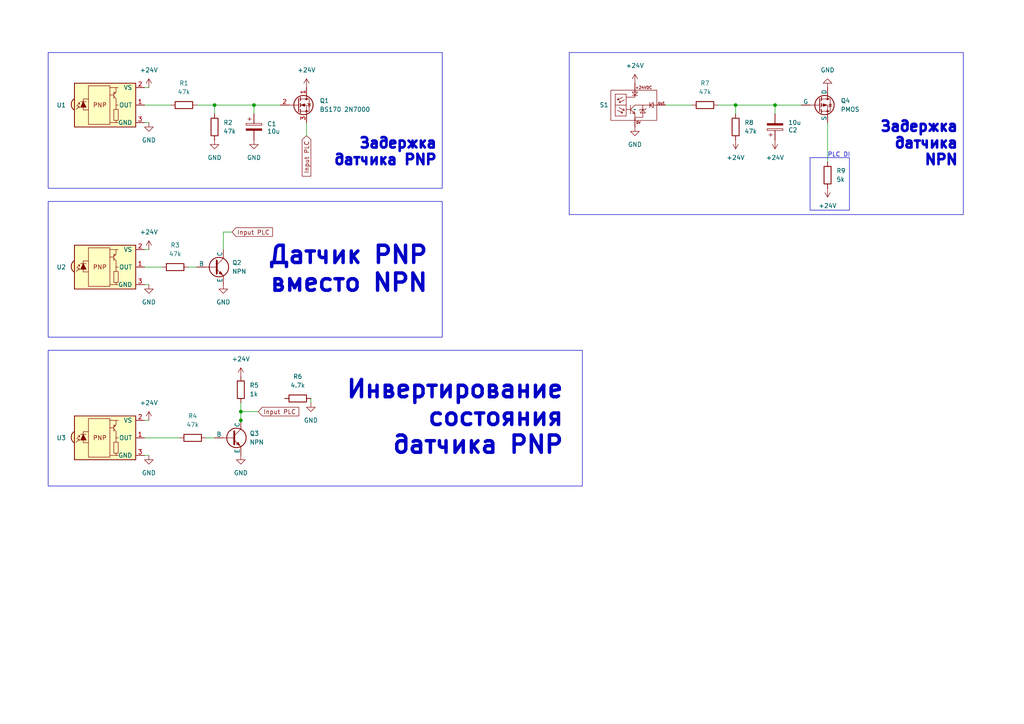
<source format=kicad_sch>
(kicad_sch (version 20230121) (generator eeschema)
  (paper "A4")
  (lib_symbols
    (symbol ".my_lib:PhotoSensor_NPN"
      (property "Reference" "S" (at -3.302 5.588 0))
      (symbol "PhotoSensor_NPN_0_1"
        (rectangle (start -6.985 4.318) (end 6.35 -4.445))
        (rectangle (start -5.715 3.175) (end -2.54 -3.175))
        (polyline (pts (xy -1.27 -1.27) (xy 0 -2.54)))
        (polyline (pts (xy -1.27 -1.27) (xy 0 0)))
        (polyline (pts (xy -1.27 0) (xy -1.27 -2.54)))
        (polyline (pts (xy -0.762 2.794) (xy 0.762 2.794)))
        (polyline (pts (xy 0 -4.445) (xy 0 -2.54)))
        (polyline (pts (xy 0 -2.54) (xy -0.762 -2.286)))
        (polyline (pts (xy 0 -2.54) (xy -0.254 -1.778)))
        (polyline (pts (xy 0 0) (xy 6.35 0)))
        (polyline (pts (xy 1.524 -1.27) (xy 1.27 -1.524)))
        (polyline (pts (xy 3.048 -1.27) (xy 1.524 -1.27)))
        (polyline (pts (xy 3.048 -1.27) (xy 3.302 -1.016)))
        (polyline (pts (xy 4.318 0.762) (xy 4.318 -0.762)))
        (polyline (pts (xy 0 -3.556) (xy 2.286 -3.556) (xy 2.286 0)))
        (polyline (pts (xy 0 3.81) (xy 0 2.286) (xy -2.54 2.286)))
        (polyline (pts (xy -0.762 3.81) (xy 0.762 3.81) (xy 0 2.794) (xy -0.762 3.81)))
        (polyline (pts (xy 3.048 -2.286) (xy 1.524 -2.286) (xy 2.286 -1.27) (xy 3.048 -2.286)))
        (polyline (pts (xy 5.334 0.762) (xy 5.334 -0.762) (xy 4.318 0) (xy 5.334 0.762)))
      )
      (symbol "PhotoSensor_NPN_1_1"
        (polyline (pts (xy -5.715 0) (xy -2.54 0)))
        (polyline (pts (xy -5.08 1.524) (xy -4.826 2.032)))
        (polyline (pts (xy -5.08 1.524) (xy -4.572 1.524)))
        (polyline (pts (xy -5.08 1.524) (xy -3.556 2.286)))
        (polyline (pts (xy -4.572 0.762) (xy -4.318 1.27)))
        (polyline (pts (xy -4.572 0.762) (xy -4.064 0.762)))
        (polyline (pts (xy -4.572 0.762) (xy -3.048 1.524)))
        (polyline (pts (xy -3.556 -2.286) (xy -5.08 -1.524)))
        (polyline (pts (xy -3.556 -2.286) (xy -4.064 -2.286)))
        (polyline (pts (xy -3.556 -2.286) (xy -3.81 -1.778)))
        (polyline (pts (xy -3.048 -1.524) (xy -4.572 -0.762)))
        (polyline (pts (xy -3.048 -1.524) (xy -3.556 -1.524)))
        (polyline (pts (xy -3.048 -1.524) (xy -3.302 -1.016)))
        (polyline (pts (xy -1.27 -1.27) (xy -2.54 -1.27)))
        (text "+24VDC" (at 2.54 5.08 0) (effects (font (size 0.8 0.8))))
        (text "0V" (at 1.016 -5.08 0) (effects (font (size 0.7 0.7))))
        (text "out" (at 7.62 0.635 0) (effects (font (size 0.8 0.8))))
        (pin input line (at 0 -6.35 90) (length 2.54) (name "") (number ""))
        (pin input line (at 0 6.35 270) (length 2.54) (name "") (number ""))
        (pin output line (at 8.89 0 180) (length 2.54) (name "") (number ""))
      )
    )
    (symbol "Device:C_Polarized" (pin_numbers hide) (pin_names (offset 0.254))
      (property "Reference" "C" (at 0.635 2.54 0))
      (property "Value" "C_Polarized" (at 0.635 -2.54 0))
      (symbol "C_Polarized_0_1"
        (rectangle (start -2.286 0.508) (end 2.286 1.016))
        (polyline (pts (xy -1.778 2.286) (xy -0.762 2.286)))
        (polyline (pts (xy -1.27 2.794) (xy -1.27 1.778)))
        (rectangle (start 2.286 -0.508) (end -2.286 -1.016) (fill (type outline)))
      )
      (symbol "C_Polarized_1_1"
        (pin passive line (at 0 3.81 270) (length 2.794) (name "~") (number "1"))
        (pin passive line (at 0 -3.81 90) (length 2.794) (name "~") (number "2"))
      )
    )
    (symbol "Device:R" (pin_numbers hide) (pin_names (offset 0))
      (property "Reference" "R" (at 2.032 0 90))
      (property "Value" "R" (at 0 0 90))
      (symbol "R_0_1"
        (rectangle (start -1.016 -2.54) (end 1.016 2.54) (stroke (width 0.254)))
      )
      (symbol "R_1_1"
        (pin passive line (at 0 3.81 270) (length 1.27) (name "~") (number "1"))
        (pin passive line (at 0 -3.81 90) (length 1.27) (name "~") (number "2"))
      )
    )
    (symbol "Simulation_SPICE:NPN" (pin_numbers hide) (pin_names (offset 0))
      (property "Reference" "Q" (at -2.54 7.62 0))
      (property "Value" "NPN" (at -2.54 5.08 0))
      (symbol "NPN_0_1"
        (polyline (pts (xy -2.54 0) (xy 0.635 0)) (stroke (width 0.1524)))
        (polyline (pts (xy 0.635 0.635) (xy 2.54 2.54)))
        (polyline (pts (xy 2.794 -1.27) (xy 2.794 -1.27)) (stroke (width 0.1524)))
        (polyline (pts (xy 2.794 -1.27) (xy 2.794 -1.27)) (stroke (width 0.1524)))
        (polyline (pts (xy 0.635 -0.635) (xy 2.54 -2.54) (xy 2.54 -2.54)))
        (polyline (pts (xy 0.635 1.905) (xy 0.635 -1.905) (xy 0.635 -1.905)) (stroke (width 0.508)))
        (polyline (pts (xy 1.27 -1.778) (xy 1.778 -1.27) (xy 2.286 -2.286) (xy 1.27 -1.778) (xy 1.27 -1.778)) (fill (type outline)))
        (circle (center 1.27 0) (radius 2.8194) (stroke (width 0.254)))
      )
      (symbol "NPN_1_1"
        (pin open_collector line (at 2.54 5.08 270) (length 2.54) (name "C") (number "1"))
        (pin input line (at -5.08 0 0) (length 2.54) (name "B") (number "2"))
        (pin open_emitter line (at 2.54 -5.08 90) (length 2.54) (name "E") (number "3"))
      )
    )
    (symbol "Simulation_SPICE:PMOS" (pin_numbers hide) (pin_names (offset 0))
      (property "Reference" "Q" (at 5.08 1.27 0))
      (property "Value" "PMOS" (at 5.08 -1.27 0))
      (symbol "PMOS_0_1"
        (polyline (pts (xy 0.254 0) (xy -2.54 0)))
        (polyline (pts (xy 0.254 1.905) (xy 0.254 -1.905)) (stroke (width 0.254)))
        (polyline (pts (xy 0.762 -1.27) (xy 0.762 -2.286)) (stroke (width 0.254)))
        (polyline (pts (xy 0.762 0.508) (xy 0.762 -0.508)) (stroke (width 0.254)))
        (polyline (pts (xy 0.762 2.286) (xy 0.762 1.27)) (stroke (width 0.254)))
        (polyline (pts (xy 2.54 2.54) (xy 2.54 1.778)))
        (polyline (pts (xy 2.54 -2.54) (xy 2.54 0) (xy 0.762 0)))
        (polyline (pts (xy 0.762 1.778) (xy 3.302 1.778) (xy 3.302 -1.778) (xy 0.762 -1.778)))
        (polyline (pts (xy 2.286 0) (xy 1.27 0.381) (xy 1.27 -0.381) (xy 2.286 0)) (fill (type outline)))
        (polyline (pts (xy 2.794 -0.508) (xy 2.921 -0.381) (xy 3.683 -0.381) (xy 3.81 -0.254)))
        (polyline (pts (xy 3.302 -0.381) (xy 2.921 0.254) (xy 3.683 0.254) (xy 3.302 -0.381)))
        (circle (center 1.651 0) (radius 2.794) (stroke (width 0.254)))
        (circle (center 2.54 -1.778) (radius 0.254) (fill (type outline)))
        (circle (center 2.54 1.778) (radius 0.254) (fill (type outline)))
      )
      (symbol "PMOS_1_1"
        (pin passive line (at 2.54 5.08 270) (length 2.54) (name "D") (number "1"))
        (pin input line (at -5.08 0 0) (length 2.54) (name "G") (number "2"))
        (pin passive line (at 2.54 -5.08 90) (length 2.54) (name "S") (number "3"))
      )
    )
    (symbol "TSDP341xx_1" (pin_names (offset 1.016))
      (property "Reference" "U2" (at -13.97 0 0))
      (symbol "TSDP341xx_1_0_0"
        (arc (start -10.287 1.397) (mid -11.0899 -0.1852) (end -10.287 -1.778) (stroke (width 0.254)) (fill (type background)))
        (polyline (pts (xy 1.905 -5.08) (xy 0.127 -5.08)))
        (polyline (pts (xy 1.905 5.08) (xy 0.127 5.08)))
      )
      (symbol "TSDP341xx_1_0_1"
        (rectangle (start -10.16 6.35) (end 7.62 -6.35) (stroke (width 0.254)) (fill (type background)))
        (rectangle (start -6.096 5.588) (end 0.127 -5.588))
        (polyline (pts (xy -8.763 0.381) (xy -9.652 1.27)))
        (polyline (pts (xy -8.763 0.381) (xy -9.271 0.381)))
        (polyline (pts (xy -8.763 0.381) (xy -8.763 0.889)))
        (polyline (pts (xy -8.636 -0.635) (xy -9.525 0.254)))
        (polyline (pts (xy -8.636 -0.635) (xy -9.144 -0.635)))
        (polyline (pts (xy -8.636 -0.635) (xy -8.636 -0.127)))
        (polyline (pts (xy -8.382 -1.016) (xy -6.731 -1.016)))
        (polyline (pts (xy 1.27 -2.921) (xy 0.127 -2.921)))
        (polyline (pts (xy 1.27 -1.905) (xy 1.27 -3.81)))
        (polyline (pts (xy 1.524 -3.683) (xy 1.524 -3.429)))
        (polyline (pts (xy 1.524 -3.429) (xy 1.778 -3.429)))
        (polyline (pts (xy 1.651 -3.556) (xy 1.524 -3.556)))
        (polyline (pts (xy 1.905 0) (xy 1.905 1.27)))
        (polyline (pts (xy 1.905 4.445) (xy 1.905 5.08) (xy 2.54 5.08)))
        (polyline (pts (xy -8.382 0.635) (xy -6.731 0.635) (xy -7.62 -1.016) (xy -8.382 0.635)) (fill (type outline)))
        (polyline (pts (xy -6.096 1.397) (xy -7.62 1.397) (xy -7.62 -1.778) (xy -6.096 -1.778)))
        (polyline (pts (xy 1.27 -3.175) (xy 1.905 -3.81) (xy 1.905 -5.08) (xy 2.54 -5.08)))
        (polyline (pts (xy 1.27 -2.54) (xy 1.905 -1.905) (xy 1.905 0) (xy 2.54 0)))
        (rectangle (start 2.54 1.27) (end 1.27 4.445))
      )
      (symbol "TSDP341xx_1_1_1"
        (text "PNP" (at -2.794 0 0) (effects (font (size 1.27 1.27))))
        (pin output line (at 10.16 0 180) (length 2.54) (name "OUT") (number "1"))
        (pin power_in line (at 10.16 -5.08 180) (length 2.54) (name "VS") (number "2"))
        (pin power_in line (at 10.16 5.08 180) (length 2.54) (name "GND") (number "3"))
      )
    )
    (symbol "Transistor_FET:BS170" (pin_names hide)
      (property "Reference" "Q" (at 5.08 1.905 0))
      (property "Value" "BS170" (at 5.08 0 0))
      (symbol "BS170_0_1"
        (polyline (pts (xy 0.254 0) (xy -2.54 0)))
        (polyline (pts (xy 0.254 1.905) (xy 0.254 -1.905)) (stroke (width 0.254)))
        (polyline (pts (xy 0.762 -1.27) (xy 0.762 -2.286)) (stroke (width 0.254)))
        (polyline (pts (xy 0.762 0.508) (xy 0.762 -0.508)) (stroke (width 0.254)))
        (polyline (pts (xy 0.762 2.286) (xy 0.762 1.27)) (stroke (width 0.254)))
        (polyline (pts (xy 2.54 2.54) (xy 2.54 1.778)))
        (polyline (pts (xy 2.54 -2.54) (xy 2.54 0) (xy 0.762 0)))
        (polyline (pts (xy 0.762 -1.778) (xy 3.302 -1.778) (xy 3.302 1.778) (xy 0.762 1.778)))
        (polyline (pts (xy 1.016 0) (xy 2.032 0.381) (xy 2.032 -0.381) (xy 1.016 0)) (fill (type outline)))
        (polyline (pts (xy 2.794 0.508) (xy 2.921 0.381) (xy 3.683 0.381) (xy 3.81 0.254)))
        (polyline (pts (xy 3.302 0.381) (xy 2.921 -0.254) (xy 3.683 -0.254) (xy 3.302 0.381)))
        (circle (center 1.651 0) (radius 2.794) (stroke (width 0.254)))
        (circle (center 2.54 -1.778) (radius 0.254) (fill (type outline)))
        (circle (center 2.54 1.778) (radius 0.254) (fill (type outline)))
      )
      (symbol "BS170_1_1"
        (pin passive line (at 2.54 5.08 270) (length 2.54) (name "D") (number "1"))
        (pin input line (at -5.08 0 0) (length 2.54) (name "G") (number "2"))
        (pin passive line (at 2.54 -5.08 90) (length 2.54) (name "S") (number "3"))
      )
    )
    (symbol "power:+24V" (power) (pin_names (offset 0))
      (property "Value" "+24V" (at 0 3.556 0))
      (symbol "+24V_0_1"
        (polyline (pts (xy -0.762 1.27) (xy 0 2.54)))
        (polyline (pts (xy 0 0) (xy 0 2.54)))
        (polyline (pts (xy 0 2.54) (xy 0.762 1.27)))
      )
      (symbol "+24V_1_1"
        (pin power_in line (at 0 0 90) (length 0) hide (name "+24V") (number "1"))
      )
    )
    (symbol "power:GND" (power) (pin_names (offset 0))
      (property "Value" "GND" (at 0 -3.81 0))
      (symbol "GND_0_1"
        (polyline (pts (xy 0 0) (xy 0 -1.27) (xy 1.27 -1.27) (xy 0 -2.54) (xy -1.27 -1.27) (xy 0 -1.27)))
      )
      (symbol "GND_1_1"
        (pin power_in line (at 0 0 270) (length 0) hide (name "GND") (number "1"))
      )
    )
  )
  (junction (at 62.23 30.48))
  (junction (at 224.79 30.48))
  (junction (at 73.66 30.48))
  (junction (at 69.85 121.92))
  (junction (at 69.85 119.38))
  (junction (at 213.36 30.48))
  (wire (pts (xy 62.23 30.48) (xy 73.66 30.48)))
  (wire (pts (xy 73.66 30.48) (xy 81.28 30.48)))
  (wire (pts (xy 224.79 30.48) (xy 232.41 30.48)))
  (wire (pts (xy 69.85 123.19) (xy 69.85 121.92)))
  (wire (pts (xy 43.18 132.08) (xy 41.91 132.08)))
  (wire (pts (xy 64.77 67.31) (xy 67.31 67.31)))
  (wire (pts (xy 62.23 30.48) (xy 62.23 33.02)))
  (wire (pts (xy 41.91 30.48) (xy 49.53 30.48)))
  (wire (pts (xy 41.91 121.92) (xy 43.18 121.92)))
  (wire (pts (xy 43.18 35.56) (xy 41.91 35.56)))
  (wire (pts (xy 43.18 82.55) (xy 41.91 82.55)))
  (wire (pts (xy 88.9 39.37) (xy 88.9 35.56)))
  (wire (pts (xy 73.66 30.48) (xy 73.66 33.02)))
  (wire (pts (xy 240.03 35.56) (xy 240.03 46.99)))
  (wire (pts (xy 41.91 77.47) (xy 46.99 77.47)))
  (wire (pts (xy 213.36 30.48) (xy 224.79 30.48)))
  (wire (pts (xy 69.85 119.38) (xy 74.93 119.38)))
  (wire (pts (xy 193.04 30.48) (xy 200.66 30.48)))
  (wire (pts (xy 41.91 72.39) (xy 43.18 72.39)))
  (wire (pts (xy 43.18 25.4) (xy 41.91 25.4)))
  (wire (pts (xy 54.61 77.47) (xy 57.15 77.47)))
  (wire (pts (xy 90.17 116.84) (xy 90.17 115.57)))
  (wire (pts (xy 57.15 30.48) (xy 62.23 30.48)))
  (wire (pts (xy 64.77 72.39) (xy 64.77 67.31)))
  (wire (pts (xy 41.91 127) (xy 52.07 127)))
  (wire (pts (xy 69.85 121.92) (xy 69.85 119.38)))
  (wire (pts (xy 59.69 127) (xy 62.23 127)))
  (wire (pts (xy 208.28 30.48) (xy 213.36 30.48)))
  (wire (pts (xy 224.79 30.48) (xy 224.79 33.02)))
  (wire (pts (xy 69.85 116.84) (xy 69.85 119.38)))
  (wire (pts (xy 213.36 30.48) (xy 213.36 33.02)))
  (rectangle (start 13.97 101.6) (end 168.91 140.97))
  (rectangle (start 234.95 45.72) (end 246.38 60.96))
  (rectangle (start 13.97 58.42) (end 128.27 97.79))
  (rectangle (start 13.97 15.24) (end 128.27 54.61))
  (rectangle (start 165.1 15.24) (end 279.4 62.23))
  (text "Датчик PNP\nвместо NPN" (at 124.46 85.09 0) (effects (font (size 5 5) (thickness 1) bold) (justify right bottom)))
  (text "Задержка\nдатчика PNP" (at 127 48.26 0) (effects (font (size 3 3) (thickness 1) bold) (justify right bottom)))
  (text "Инвертирование\nсостояния\nдатчика PNP" (at 163.83 132.08 0) (effects (font (size 5 5) (thickness 1) bold) (justify right bottom)))
  (text "PLC DI" (at 240.03 45.72 0) (effects (font (size 1.27 1.27)) (justify left bottom)))
  (text "Задержка\nдатчика\nNPN" (at 278.13 48.26 0) (effects (font (size 3 3) (thickness 1) bold) (justify right bottom)))
  (global_label "Input PLC" (shape input) (at 74.93 119.38 0) (property "Intersheetrefs" "${INTERSHEET_REFS}" (effects hide)))
  (global_label "Input PLC" (shape input) (at 67.31 67.31 0) (property "Intersheetrefs" "${INTERSHEET_REFS}" (effects hide)))
  (global_label "Input PLC" (shape input) (at 88.9 39.37 270) (property "Intersheetrefs" "${INTERSHEET_REFS}" (effects hide)))
  (symbol (lib_id "Device:R") (at 55.88 127 270) (unit 1)
    (property "Reference" "R4" (at 55.88 120.65 90))
    (property "Value" "47k" (at 55.88 123.19 90))
  )
  (symbol (lib_id "power:GND") (at 64.77 82.55 0) (unit 1)
    (property "Reference" "#PWR08" (effects hide))
    (property "Value" "GND" (at 64.77 87.63 0))
  )
  (symbol (lib_id "Device:R") (at 53.34 30.48 270) (unit 1)
    (property "Reference" "R1" (at 53.34 24.13 90))
    (property "Value" "47k" (at 53.34 26.67 90))
  )
  (symbol (lib_name "TSDP341xx_1") (lib_id "Interface_Optical:TSDP341xx") (at 31.75 30.48 0) (mirror x) (unit 1)
    (property "Reference" "U1" (at 17.78 30.48 0))
    (property "Value" "Датчик в конце транспортёра" (effects hide))
    (property "Footprint" "OptoDevice:Vishay_MOLD-3Pin" (effects hide))
    (property "Datasheet" "http://www.vishay.com/docs/82667/tsdp341.pdf" (effects hide))
  )
  (symbol (lib_id "Device:R") (at 50.8 77.47 270) (unit 1)
    (property "Reference" "R3" (at 50.8 71.12 90))
    (property "Value" "47k" (at 50.8 73.66 90))
  )
  (symbol (lib_id "power:+24V") (at 43.18 25.4 0) (unit 1)
    (property "Reference" "#PWR03" (effects hide))
    (property "Value" "+24V" (at 43.18 20.32 0))
  )
  (symbol (lib_name "TSDP341xx_1") (lib_id "Interface_Optical:TSDP341xx") (at 31.75 77.47 0) (mirror x) (unit 1)
    (property "Reference" "U2" (at 17.78 77.47 0))
    (property "Value" "Датчик в конце транспортёра" (effects hide))
    (property "Footprint" "OptoDevice:Vishay_MOLD-3Pin" (effects hide))
    (property "Datasheet" "http://www.vishay.com/docs/82667/tsdp341.pdf" (effects hide))
  )
  (symbol (lib_id "power:+24V") (at 43.18 72.39 0) (unit 1)
    (property "Reference" "#PWR06" (effects hide))
    (property "Value" "+24V" (at 43.18 67.31 0))
  )
  (symbol (lib_id "power:GND") (at 43.18 82.55 0) (unit 1)
    (property "Reference" "#PWR07" (effects hide))
    (property "Value" "GND" (at 43.18 87.63 0))
  )
  (symbol (lib_id "power:GND") (at 69.85 132.08 0) (unit 1)
    (property "Reference" "#PWR014" (effects hide))
    (property "Value" "GND" (at 69.85 137.16 0))
  )
  (symbol (lib_id "power:+24V") (at 88.9 25.4 0) (unit 1)
    (property "Reference" "#PWR02" (effects hide))
    (property "Value" "+24V" (at 88.9 20.32 0))
  )
  (symbol (lib_id "Device:R") (at 240.03 50.8 0) (unit 1)
    (property "Reference" "R9" (at 242.57 49.53 0) (effects (justify left)))
    (property "Value" "5k" (at 242.57 52.07 0) (effects (justify left)))
  )
  (symbol (lib_id "Device:R") (at 62.23 36.83 0) (unit 1)
    (property "Reference" "R2" (at 64.77 35.56 0) (effects (justify left)))
    (property "Value" "47k" (at 64.77 38.1 0) (effects (justify left)))
  )
  (symbol (lib_id "power:GND") (at 43.18 132.08 0) (unit 1)
    (property "Reference" "#PWR010" (effects hide))
    (property "Value" "GND" (at 43.18 137.16 0))
  )
  (symbol (lib_id "power:+24V") (at 184.15 24.13 0) (unit 1)
    (property "Reference" "#PWR012" (effects hide))
    (property "Value" "+24V" (at 184.15 19.05 0))
  )
  (symbol (lib_id "power:GND") (at 90.17 116.84 0) (unit 1)
    (property "Reference" "#PWR015" (effects hide))
    (property "Value" "GND" (at 90.17 121.92 0))
  )
  (symbol (lib_id "power:+24V") (at 43.18 121.92 0) (unit 1)
    (property "Reference" "#PWR09" (effects hide))
    (property "Value" "+24V" (at 43.18 116.84 0))
  )
  (symbol (lib_id "power:+24V") (at 69.85 109.22 0) (unit 1)
    (property "Reference" "#PWR011" (effects hide))
    (property "Value" "+24V" (at 69.85 104.14 0))
  )
  (symbol (lib_id ".my_lib:PhotoSensor_NPN") (at 184.15 30.48 0) (unit 1)
    (property "Reference" "S1" (at 176.53 30.4398 0) (effects (justify right)))
    (property "Value" "~" (at 184.15 31.75 0))
  )
  (symbol (lib_id "power:+24V") (at 224.79 40.64 180) (unit 1)
    (property "Reference" "#PWR017" (effects hide))
    (property "Value" "+24V" (at 224.79 45.72 0))
  )
  (symbol (lib_id "Simulation_SPICE:PMOS") (at 237.49 30.48 0) (unit 1)
    (property "Reference" "Q4" (at 243.84 29.21 0) (effects (justify left)))
    (property "Value" "PMOS" (at 243.84 31.75 0) (effects (justify left)))
    (property "Datasheet" "https://ngspice.sourceforge.io/docs/ngspice-manual.pdf" (effects hide))
    (property "Sim.Device" "PMOS" (effects hide))
    (property "Sim.Type" "VDMOS" (effects hide))
    (property "Sim.Pins" "1=D 2=G 3=S" (effects hide))
  )
  (symbol (lib_id "Device:C_Polarized") (at 224.79 36.83 0) (mirror x) (unit 1)
    (property "Reference" "C2" (at 228.6 37.719 0) (effects (justify left)))
    (property "Value" "10u" (at 228.6 35.56 0) (effects (justify left)))
  )
  (symbol (lib_id "Simulation_SPICE:NPN") (at 67.31 127 0) (unit 1)
    (property "Reference" "Q3" (at 72.39 125.73 0) (effects (justify left)))
    (property "Value" "NPN" (at 72.39 128.27 0) (effects (justify left)))
    (property "Sim.Device" "NPN" (effects hide))
    (property "Sim.Type" "GUMMELPOON" (effects hide))
    (property "Sim.Pins" "1=C 2=B 3=E" (effects hide))
  )
  (symbol (lib_id "Device:R") (at 69.85 113.03 0) (unit 1)
    (property "Reference" "R5" (at 72.39 111.76 0) (effects (justify left)))
    (property "Value" "1k" (at 72.39 114.3 0) (effects (justify left)))
  )
  (symbol (lib_id "power:GND") (at 184.15 36.83 0) (unit 1)
    (property "Reference" "#PWR013" (effects hide))
    (property "Value" "GND" (at 184.15 41.91 0))
  )
  (symbol (lib_id "power:+24V") (at 240.03 54.61 180) (unit 1)
    (property "Reference" "#PWR019" (effects hide))
    (property "Value" "+24V" (at 240.03 59.69 0))
  )
  (symbol (lib_id "Simulation_SPICE:NPN") (at 62.23 77.47 0) (unit 1)
    (property "Reference" "Q2" (at 67.31 76.2 0) (effects (justify left)))
    (property "Value" "NPN" (at 67.31 78.74 0) (effects (justify left)))
    (property "Sim.Device" "NPN" (effects hide))
    (property "Sim.Type" "GUMMELPOON" (effects hide))
    (property "Sim.Pins" "1=C 2=B 3=E" (effects hide))
  )
  (symbol (lib_id "Device:R") (at 213.36 36.83 0) (unit 1)
    (property "Reference" "R8" (at 215.9 35.56 0) (effects (justify left)))
    (property "Value" "47k" (at 215.9 38.1 0) (effects (justify left)))
  )
  (symbol (lib_id "power:+24V") (at 213.36 40.64 180) (unit 1)
    (property "Reference" "#PWR016" (effects hide))
    (property "Value" "+24V" (at 213.36 45.72 0))
  )
  (symbol (lib_id "power:GND") (at 240.03 25.4 180) (unit 1)
    (property "Reference" "#PWR018" (effects hide))
    (property "Value" "GND" (at 240.03 20.32 0))
  )
  (symbol (lib_id "power:GND") (at 62.23 40.64 0) (unit 1)
    (property "Reference" "#PWR01" (effects hide))
    (property "Value" "GND" (at 62.23 45.72 0))
  )
  (symbol (lib_name "TSDP341xx_1") (lib_id "Interface_Optical:TSDP341xx") (at 31.75 127 0) (mirror x) (unit 1)
    (property "Reference" "U3" (at 17.78 127 0))
    (property "Value" "Датчик в конце транспортёра" (effects hide))
    (property "Footprint" "OptoDevice:Vishay_MOLD-3Pin" (effects hide))
    (property "Datasheet" "http://www.vishay.com/docs/82667/tsdp341.pdf" (effects hide))
  )
  (symbol (lib_id "Device:R") (at 204.47 30.48 270) (unit 1)
    (property "Reference" "R7" (at 204.47 24.13 90))
    (property "Value" "47k" (at 204.47 26.67 90))
  )
  (symbol (lib_id "power:GND") (at 73.66 40.64 0) (unit 1)
    (property "Reference" "#PWR05" (effects hide))
    (property "Value" "GND" (at 73.66 45.72 0))
  )
  (symbol (lib_id "Device:C_Polarized") (at 73.66 36.83 0) (unit 1)
    (property "Reference" "C1" (at 77.47 35.941 0) (effects (justify left)))
    (property "Value" "10u" (at 77.47 38.1 0) (effects (justify left)))
  )
  (symbol (lib_id "Device:R") (at 86.36 115.57 270) (unit 1)
    (property "Reference" "R6" (at 86.36 109.22 90))
    (property "Value" "4.7k" (at 86.36 111.76 90))
  )
  (symbol (lib_id "Transistor_FET:BS170") (at 86.36 30.48 0) (unit 1)
    (property "Reference" "Q1" (at 92.71 29.21 0) (effects (justify left)))
    (property "Value" "BS170 2N7000" (at 92.71 31.75 0) (effects (justify left)))
    (property "Footprint" "Package_TO_SOT_THT:TO-92_Inline" (effects hide))
    (property "Datasheet" "https://www.onsemi.com/pub/Collateral/BS170-D.PDF" (effects hide))
  )
  (symbol (lib_id "power:GND") (at 43.18 35.56 0) (unit 1)
    (property "Reference" "#PWR04" (effects hide))
    (property "Value" "GND" (at 43.18 40.64 0))
  )
)
</source>
